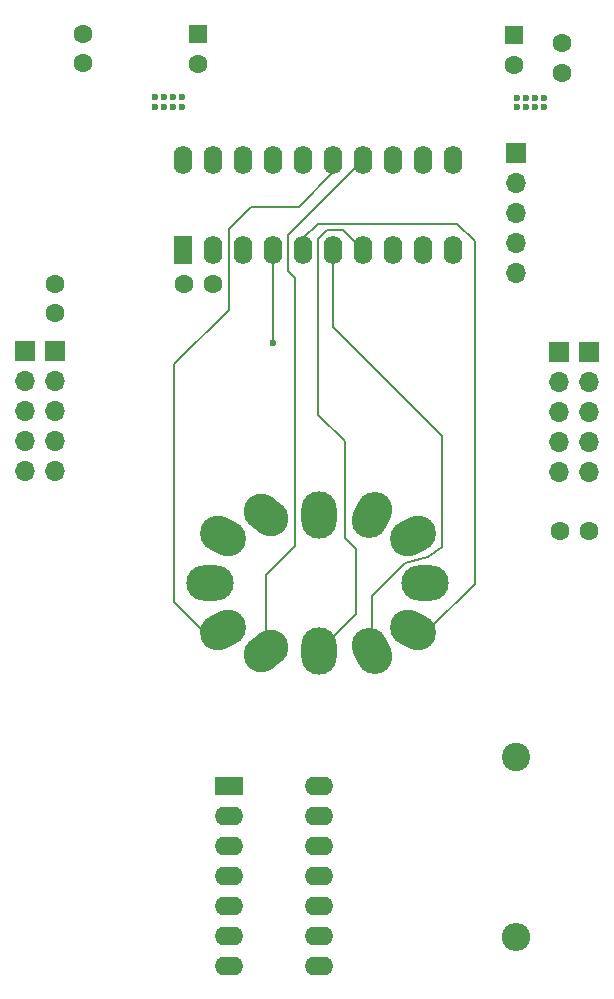
<source format=gbr>
%TF.GenerationSoftware,KiCad,Pcbnew,8.0.8*%
%TF.CreationDate,2025-03-08T09:49:48-08:00*%
%TF.ProjectId,proto,70726f74-6f2e-46b6-9963-61645f706362,rev?*%
%TF.SameCoordinates,Original*%
%TF.FileFunction,Copper,L4,Bot*%
%TF.FilePolarity,Positive*%
%FSLAX46Y46*%
G04 Gerber Fmt 4.6, Leading zero omitted, Abs format (unit mm)*
G04 Created by KiCad (PCBNEW 8.0.8) date 2025-03-08 09:49:48*
%MOMM*%
%LPD*%
G01*
G04 APERTURE LIST*
G04 Aperture macros list*
%AMHorizOval*
0 Thick line with rounded ends*
0 $1 width*
0 $2 $3 position (X,Y) of the first rounded end (center of the circle)*
0 $4 $5 position (X,Y) of the second rounded end (center of the circle)*
0 Add line between two ends*
20,1,$1,$2,$3,$4,$5,0*
0 Add two circle primitives to create the rounded ends*
1,1,$1,$2,$3*
1,1,$1,$4,$5*%
G04 Aperture macros list end*
%TA.AperFunction,ComponentPad*%
%ADD10R,2.400000X1.600000*%
%TD*%
%TA.AperFunction,ComponentPad*%
%ADD11O,2.400000X1.600000*%
%TD*%
%TA.AperFunction,ComponentPad*%
%ADD12R,1.600000X1.600000*%
%TD*%
%TA.AperFunction,ComponentPad*%
%ADD13C,1.600000*%
%TD*%
%TA.AperFunction,ComponentPad*%
%ADD14R,1.700000X1.700000*%
%TD*%
%TA.AperFunction,ComponentPad*%
%ADD15O,1.700000X1.700000*%
%TD*%
%TA.AperFunction,ComponentPad*%
%ADD16HorizOval,3.000000X-0.447077X-0.223880X0.447077X0.223880X0*%
%TD*%
%TA.AperFunction,ComponentPad*%
%ADD17HorizOval,3.000000X-0.223880X-0.447077X0.223880X0.447077X0*%
%TD*%
%TA.AperFunction,ComponentPad*%
%ADD18O,3.000000X4.000000*%
%TD*%
%TA.AperFunction,ComponentPad*%
%ADD19HorizOval,3.000000X-0.394005X0.307831X0.394005X-0.307831X0*%
%TD*%
%TA.AperFunction,ComponentPad*%
%ADD20HorizOval,3.000000X-0.447077X0.223880X0.447077X-0.223880X0*%
%TD*%
%TA.AperFunction,ComponentPad*%
%ADD21O,4.000000X3.000000*%
%TD*%
%TA.AperFunction,ComponentPad*%
%ADD22HorizOval,3.000000X0.447077X0.223880X-0.447077X-0.223880X0*%
%TD*%
%TA.AperFunction,ComponentPad*%
%ADD23HorizOval,3.000000X0.394005X0.307831X-0.394005X-0.307831X0*%
%TD*%
%TA.AperFunction,ComponentPad*%
%ADD24HorizOval,3.000000X-0.223880X0.447077X0.223880X-0.447077X0*%
%TD*%
%TA.AperFunction,ComponentPad*%
%ADD25HorizOval,3.000000X-0.447077X0.223880X0.447077X-0.223880X0*%
%TD*%
%TA.AperFunction,ComponentPad*%
%ADD26C,2.400000*%
%TD*%
%TA.AperFunction,ComponentPad*%
%ADD27O,2.400000X2.400000*%
%TD*%
%TA.AperFunction,ComponentPad*%
%ADD28R,1.600000X2.400000*%
%TD*%
%TA.AperFunction,ComponentPad*%
%ADD29O,1.600000X2.400000*%
%TD*%
%TA.AperFunction,ViaPad*%
%ADD30C,0.600000*%
%TD*%
%TA.AperFunction,Conductor*%
%ADD31C,0.200000*%
%TD*%
G04 APERTURE END LIST*
D10*
%TO.P,S1,1,HV_OUT*%
%TO.N,Net-(S1-HV_OUT)*%
X101770000Y-162740000D03*
D11*
%TO.P,S1,2,LV_IN*%
%TO.N,Net-(J5-Pin_1)*%
X101770000Y-177980000D03*
%TO.P,S1,3,LGND*%
%TO.N,GND*%
X109390000Y-177980000D03*
%TO.P,S1,4,PGND*%
X109390000Y-162740000D03*
%TO.P,S1,x*%
%TO.N,N/C*%
X101770000Y-165280000D03*
X101770000Y-167820000D03*
X101770000Y-170360000D03*
X101770000Y-172900000D03*
X101770000Y-175440000D03*
X109390000Y-165280000D03*
X109390000Y-167820000D03*
X109390000Y-170360000D03*
X109390000Y-172900000D03*
X109390000Y-175440000D03*
%TD*%
D12*
%TO.P,C1,1*%
%TO.N,Net-(J2-Pin_1)*%
X125950000Y-99174888D03*
D13*
%TO.P,C1,2*%
%TO.N,GND*%
X125950000Y-101674888D03*
%TD*%
D14*
%TO.P,J2,1,Pin_1*%
%TO.N,Net-(J2-Pin_1)*%
X132290000Y-126005000D03*
D15*
%TO.P,J2,2,Pin_2*%
X132290000Y-128545000D03*
%TO.P,J2,3,Pin_3*%
X132290000Y-131085000D03*
%TO.P,J2,4,Pin_4*%
X132290000Y-133625000D03*
%TO.P,J2,5,Pin_5*%
X132290000Y-136165000D03*
%TD*%
D13*
%TO.P,C5,1*%
%TO.N,Net-(J2-Pin_1)*%
X130000000Y-99890000D03*
%TO.P,C5,2*%
%TO.N,GND*%
X130000000Y-102390000D03*
%TD*%
%TO.P,C6,1*%
%TO.N,Net-(J5-Pin_1)*%
X87060000Y-122730000D03*
%TO.P,C6,2*%
%TO.N,GND*%
X87060000Y-120230000D03*
%TD*%
D14*
%TO.P,J1,1,Pin_1*%
%TO.N,Net-(J1-Pin_1)*%
X126060000Y-109140000D03*
D15*
%TO.P,J1,2,Pin_2*%
%TO.N,Net-(J1-Pin_2)*%
X126060000Y-111680000D03*
%TO.P,J1,3,Pin_3*%
%TO.N,Net-(J1-Pin_3)*%
X126060000Y-114220000D03*
%TO.P,J1,4,Pin_4*%
%TO.N,Net-(J1-Pin_4)*%
X126060000Y-116760000D03*
%TO.P,J1,5,Pin_5*%
%TO.N,Net-(J1-Pin_5)*%
X126060000Y-119300000D03*
%TD*%
D13*
%TO.P,C2,1*%
%TO.N,Net-(J2-Pin_1)*%
X132290000Y-141190000D03*
%TO.P,C2,2*%
%TO.N,GND*%
X129790000Y-141190000D03*
%TD*%
D16*
%TO.P,N1,1,A*%
%TO.N,Net-(N1-A)*%
X117400000Y-141560000D03*
D17*
%TO.P,N1,2,D0*%
%TO.N,Net-(N1-D0)*%
X113900000Y-139810000D03*
D18*
%TO.P,N1,3,D9*%
%TO.N,unconnected-(N1-D9-Pad3)*%
X109400000Y-139810000D03*
D19*
%TO.P,N1,4,D8*%
%TO.N,unconnected-(N1-D8-Pad4)*%
X104900000Y-139810000D03*
D20*
%TO.P,N1,5,D7*%
%TO.N,Net-(N1-D7)*%
X101275000Y-141560000D03*
D21*
%TO.P,N1,6,D6*%
%TO.N,Net-(N1-D6)*%
X100150000Y-145560000D03*
D22*
%TO.P,N1,7,D5*%
%TO.N,Net-(N1-D5)*%
X101275000Y-149560000D03*
D23*
%TO.P,N1,8,D4*%
%TO.N,Net-(N1-D4)*%
X104900000Y-151310000D03*
D18*
%TO.P,N1,9,D3*%
%TO.N,Net-(N1-D3)*%
X109400000Y-151310000D03*
D24*
%TO.P,N1,10,D2*%
%TO.N,Net-(N1-D2)*%
X113900000Y-151310000D03*
D25*
%TO.P,N1,11,D1*%
%TO.N,Net-(N1-D1)*%
X117400000Y-149560000D03*
D21*
%TO.P,N1,12,NC*%
%TO.N,unconnected-(N1-NC-Pad12)*%
X118400000Y-145560000D03*
%TD*%
D26*
%TO.P,R1,1*%
%TO.N,Net-(N1-A)*%
X126070000Y-160340000D03*
D27*
%TO.P,R1,2*%
%TO.N,Net-(S1-HV_OUT)*%
X126070000Y-175580000D03*
%TD*%
D14*
%TO.P,J4,1,Pin_1*%
%TO.N,GND*%
X129750000Y-126000000D03*
D15*
%TO.P,J4,2,Pin_2*%
X129750000Y-128540000D03*
%TO.P,J4,3,Pin_3*%
X129750000Y-131080000D03*
%TO.P,J4,4,Pin_4*%
X129750000Y-133620000D03*
%TO.P,J4,5,Pin_5*%
X129750000Y-136160000D03*
%TD*%
D28*
%TO.P,U2,1,PGND*%
%TO.N,GND*%
X97910000Y-117400000D03*
D29*
%TO.P,U2,2,VCC*%
%TO.N,Net-(J5-Pin_1)*%
X100450000Y-117400000D03*
%TO.P,U2,3,SER_IN*%
%TO.N,Net-(J1-Pin_1)*%
X102990000Y-117400000D03*
%TO.P,U2,4,DRAIN0*%
%TO.N,Net-(N1-D0)*%
X105530000Y-117400000D03*
%TO.P,U2,5,DRAIN1*%
%TO.N,Net-(N1-D1)*%
X108070000Y-117400000D03*
%TO.P,U2,6,DRAIN2*%
%TO.N,Net-(N1-D2)*%
X110610000Y-117400000D03*
%TO.P,U2,7,DRAIN3*%
%TO.N,Net-(N1-D3)*%
X113150000Y-117400000D03*
%TO.P,U2,8,~{SRCLR}*%
%TO.N,Net-(J1-Pin_3)*%
X115690000Y-117400000D03*
%TO.P,U2,9,~{G}*%
%TO.N,Net-(J1-Pin_5)*%
X118230000Y-117400000D03*
%TO.P,U2,10,PGND*%
%TO.N,GND*%
X120770000Y-117400000D03*
%TO.P,U2,11,PGND*%
X120770000Y-109780000D03*
%TO.P,U2,12,RCLK*%
%TO.N,Net-(J1-Pin_4)*%
X118230000Y-109780000D03*
%TO.P,U2,13,SRCK*%
%TO.N,Net-(J1-Pin_2)*%
X115690000Y-109780000D03*
%TO.P,U2,14,DRAIN4*%
%TO.N,Net-(N1-D4)*%
X113150000Y-109780000D03*
%TO.P,U2,15,DRAIN5*%
%TO.N,Net-(N1-D5)*%
X110610000Y-109780000D03*
%TO.P,U2,16,DRAIN6*%
%TO.N,Net-(N1-D6)*%
X108070000Y-109780000D03*
%TO.P,U2,17,DRAIN7*%
%TO.N,Net-(N1-D7)*%
X105530000Y-109780000D03*
%TO.P,U2,18,SER_OUT*%
%TO.N,unconnected-(U2-SER_OUT-Pad18)*%
X102990000Y-109780000D03*
%TO.P,U2,19,LGND*%
%TO.N,GND*%
X100450000Y-109780000D03*
%TO.P,U2,20,PGND*%
X97910000Y-109780000D03*
%TD*%
D14*
%TO.P,J5,1,Pin_1*%
%TO.N,Net-(J5-Pin_1)*%
X87030000Y-125950000D03*
D15*
%TO.P,J5,2,Pin_2*%
X87030000Y-128490000D03*
%TO.P,J5,3,Pin_3*%
X87030000Y-131030000D03*
%TO.P,J5,4,Pin_4*%
X87030000Y-133570000D03*
%TO.P,J5,5,Pin_5*%
X87030000Y-136110000D03*
%TD*%
D13*
%TO.P,C7,1*%
%TO.N,Net-(J5-Pin_1)*%
X100440000Y-120220000D03*
%TO.P,C7,2*%
%TO.N,GND*%
X97940000Y-120220000D03*
%TD*%
D14*
%TO.P,J3,1,Pin_1*%
%TO.N,GND*%
X84480000Y-125920000D03*
D15*
%TO.P,J3,2,Pin_2*%
X84480000Y-128460000D03*
%TO.P,J3,3,Pin_3*%
X84480000Y-131000000D03*
%TO.P,J3,4,Pin_4*%
X84480000Y-133540000D03*
%TO.P,J3,5,Pin_5*%
X84480000Y-136080000D03*
%TD*%
D12*
%TO.P,C3,1*%
%TO.N,Net-(J5-Pin_1)*%
X99160000Y-99124888D03*
D13*
%TO.P,C3,2*%
%TO.N,GND*%
X99160000Y-101624888D03*
%TD*%
%TO.P,C4,1*%
%TO.N,Net-(J5-Pin_1)*%
X89450000Y-99050000D03*
%TO.P,C4,2*%
%TO.N,GND*%
X89450000Y-101550000D03*
%TD*%
D30*
%TO.N,GND*%
X126930000Y-104490000D03*
X95510000Y-105240000D03*
X95500000Y-104440000D03*
X127710000Y-105280000D03*
X97070000Y-105230000D03*
X128470000Y-105280000D03*
X128470000Y-104480000D03*
X127710000Y-104480000D03*
X96280000Y-104440000D03*
X126150000Y-104490000D03*
X97060000Y-104430000D03*
X97820000Y-104430000D03*
X97830000Y-105230000D03*
X126150000Y-105290000D03*
X96290000Y-105240000D03*
X126930000Y-105290000D03*
%TO.N,Net-(N1-D0)*%
X105530000Y-125240000D03*
%TD*%
D31*
%TO.N,Net-(N1-D5)*%
X101740000Y-115610000D02*
X103640000Y-113710000D01*
X97150000Y-147210000D02*
X97150000Y-127050000D01*
X103640000Y-113710000D02*
X107680000Y-113710000D01*
X97150000Y-127050000D02*
X101740000Y-122460000D01*
X110610000Y-110780000D02*
X110610000Y-109780000D01*
X99500000Y-149560000D02*
X97150000Y-147210000D01*
X107680000Y-113710000D02*
X110610000Y-110780000D01*
X101740000Y-122460000D02*
X101740000Y-115610000D01*
X101275000Y-149560000D02*
X99500000Y-149560000D01*
%TO.N,Net-(N1-D3)*%
X111570000Y-133590000D02*
X109340000Y-131360000D01*
X111570000Y-141090000D02*
X111570000Y-133590000D01*
X110100000Y-115710000D02*
X111460000Y-115710000D01*
X111460000Y-115710000D02*
X113150000Y-117400000D01*
X109400000Y-151310000D02*
X112550000Y-148160000D01*
X109340000Y-116470000D02*
X110100000Y-115710000D01*
X112550000Y-148160000D02*
X112550000Y-142730000D01*
X109340000Y-131360000D02*
X109340000Y-116470000D01*
X111600000Y-141780000D02*
X111600000Y-141120000D01*
X112550000Y-142730000D02*
X111600000Y-141780000D01*
%TO.N,Net-(N1-A)*%
X117400000Y-141560000D02*
X116920000Y-141080000D01*
%TO.N,Net-(N1-D0)*%
X105530000Y-125240000D02*
X105530000Y-117400000D01*
%TO.N,Net-(N1-D2)*%
X113900000Y-151310000D02*
X113900000Y-146690000D01*
X113900000Y-146690000D02*
X116660000Y-143880000D01*
X116660000Y-143880000D02*
X118590000Y-143390000D01*
X119830000Y-133160000D02*
X110610000Y-123940000D01*
X119830000Y-142520000D02*
X119830000Y-133160000D01*
X110610000Y-123940000D02*
X110610000Y-117400000D01*
X118590000Y-143390000D02*
X119830000Y-142520000D01*
%TO.N,Net-(N1-D1)*%
X121110000Y-115140000D02*
X109330000Y-115140000D01*
X117400000Y-149560000D02*
X118652923Y-149560000D01*
X122590000Y-145622923D02*
X122590000Y-116620000D01*
X109330000Y-115140000D02*
X108070000Y-116400000D01*
X108070000Y-116400000D02*
X108070000Y-117400000D01*
X118652923Y-149560000D02*
X122590000Y-145622923D01*
X122590000Y-116620000D02*
X121110000Y-115140000D01*
%TO.N,Net-(N1-D4)*%
X104900000Y-144910000D02*
X107380000Y-142430000D01*
X107380000Y-119720000D02*
X106810000Y-119150000D01*
X104900000Y-151310000D02*
X104330000Y-151880000D01*
X104900000Y-151310000D02*
X104900000Y-144910000D01*
X106810000Y-116120000D02*
X113150000Y-109780000D01*
X106810000Y-119150000D02*
X106810000Y-116120000D01*
X107380000Y-142430000D02*
X107380000Y-119720000D01*
%TD*%
M02*

</source>
